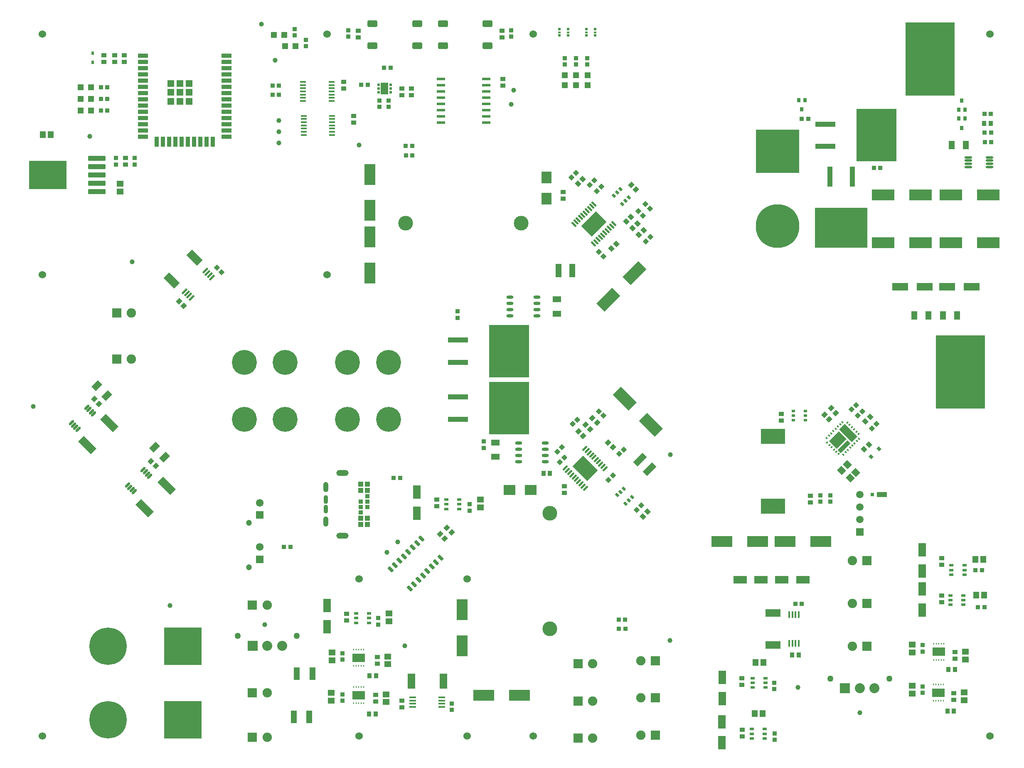
<source format=gbr>
G04*
G04 #@! TF.GenerationSoftware,Altium Limited,Altium Designer,22.4.2 (48)*
G04*
G04 Layer_Color=255*
%FSLAX25Y25*%
%MOIN*%
G70*
G04*
G04 #@! TF.SameCoordinates,43EAD1C5-17A3-47DC-85D2-FB09855483F6*
G04*
G04*
G04 #@! TF.FilePolarity,Positive*
G04*
G01*
G75*
%ADD27R,0.04528X0.09843*%
%ADD28R,0.39370X0.59055*%
%ADD29R,0.02362X0.01968*%
%ADD30R,0.06102X0.09646*%
%ADD31R,0.08661X0.16535*%
G04:AMPARAMS|DCode=32|XSize=21.65mil|YSize=66.93mil|CornerRadius=1.95mil|HoleSize=0mil|Usage=FLASHONLY|Rotation=90.000|XOffset=0mil|YOffset=0mil|HoleType=Round|Shape=RoundedRectangle|*
%AMROUNDEDRECTD32*
21,1,0.02165,0.06303,0,0,90.0*
21,1,0.01776,0.06693,0,0,90.0*
1,1,0.00390,0.03152,0.00888*
1,1,0.00390,0.03152,-0.00888*
1,1,0.00390,-0.03152,-0.00888*
1,1,0.00390,-0.03152,0.00888*
%
%ADD32ROUNDEDRECTD32*%
%ADD33R,0.03543X0.03937*%
%ADD34R,0.09843X0.06693*%
%ADD35R,0.00984X0.01575*%
%ADD36R,0.03740X0.03347*%
%ADD37R,0.03937X0.03543*%
G04:AMPARAMS|DCode=38|XSize=39.37mil|YSize=35.43mil|CornerRadius=0mil|HoleSize=0mil|Usage=FLASHONLY|Rotation=45.000|XOffset=0mil|YOffset=0mil|HoleType=Round|Shape=Rectangle|*
%AMROTATEDRECTD38*
4,1,4,-0.00139,-0.02645,-0.02645,-0.00139,0.00139,0.02645,0.02645,0.00139,-0.00139,-0.02645,0.0*
%
%ADD38ROTATEDRECTD38*%

G04:AMPARAMS|DCode=39|XSize=37.4mil|YSize=33.47mil|CornerRadius=0mil|HoleSize=0mil|Usage=FLASHONLY|Rotation=225.000|XOffset=0mil|YOffset=0mil|HoleType=Round|Shape=Rectangle|*
%AMROTATEDRECTD39*
4,1,4,0.00139,0.02506,0.02506,0.00139,-0.00139,-0.02506,-0.02506,-0.00139,0.00139,0.02506,0.0*
%
%ADD39ROTATEDRECTD39*%

G04:AMPARAMS|DCode=40|XSize=39.37mil|YSize=35.43mil|CornerRadius=0mil|HoleSize=0mil|Usage=FLASHONLY|Rotation=135.000|XOffset=0mil|YOffset=0mil|HoleType=Round|Shape=Rectangle|*
%AMROTATEDRECTD40*
4,1,4,0.02645,-0.00139,0.00139,-0.02645,-0.02645,0.00139,-0.00139,0.02645,0.02645,-0.00139,0.0*
%
%ADD40ROTATEDRECTD40*%

G04:AMPARAMS|DCode=41|XSize=37.4mil|YSize=33.47mil|CornerRadius=0mil|HoleSize=0mil|Usage=FLASHONLY|Rotation=135.000|XOffset=0mil|YOffset=0mil|HoleType=Round|Shape=Rectangle|*
%AMROTATEDRECTD41*
4,1,4,0.02506,-0.00139,0.00139,-0.02506,-0.02506,0.00139,-0.00139,0.02506,0.02506,-0.00139,0.0*
%
%ADD41ROTATEDRECTD41*%

%ADD42R,0.08465X0.09646*%
G04:AMPARAMS|DCode=43|XSize=118.11mil|YSize=165.35mil|CornerRadius=1.77mil|HoleSize=0mil|Usage=FLASHONLY|Rotation=135.000|XOffset=0mil|YOffset=0mil|HoleType=Round|Shape=RoundedRectangle|*
%AMROUNDEDRECTD43*
21,1,0.11811,0.16181,0,0,135.0*
21,1,0.11457,0.16535,0,0,135.0*
1,1,0.00354,0.01670,0.09771*
1,1,0.00354,0.09771,0.01670*
1,1,0.00354,-0.01670,-0.09771*
1,1,0.00354,-0.09771,-0.01670*
%
%ADD43ROUNDEDRECTD43*%
G04:AMPARAMS|DCode=44|XSize=15.75mil|YSize=47.24mil|CornerRadius=1.97mil|HoleSize=0mil|Usage=FLASHONLY|Rotation=225.000|XOffset=0mil|YOffset=0mil|HoleType=Round|Shape=RoundedRectangle|*
%AMROUNDEDRECTD44*
21,1,0.01575,0.04331,0,0,225.0*
21,1,0.01181,0.04724,0,0,225.0*
1,1,0.00394,-0.01949,0.01114*
1,1,0.00394,-0.01114,0.01949*
1,1,0.00394,0.01949,-0.01114*
1,1,0.00394,0.01114,-0.01949*
%
%ADD44ROUNDEDRECTD44*%
G04:AMPARAMS|DCode=45|XSize=90.55mil|YSize=179.13mil|CornerRadius=0mil|HoleSize=0mil|Usage=FLASHONLY|Rotation=135.000|XOffset=0mil|YOffset=0mil|HoleType=Round|Shape=Rectangle|*
%AMROTATEDRECTD45*
4,1,4,0.09535,0.03132,-0.03132,-0.09535,-0.09535,-0.03132,0.03132,0.09535,0.09535,0.03132,0.0*
%
%ADD45ROTATEDRECTD45*%

%ADD46R,0.03347X0.03740*%
G04:AMPARAMS|DCode=47|XSize=90.55mil|YSize=179.13mil|CornerRadius=0mil|HoleSize=0mil|Usage=FLASHONLY|Rotation=225.000|XOffset=0mil|YOffset=0mil|HoleType=Round|Shape=Rectangle|*
%AMROTATEDRECTD47*
4,1,4,-0.03132,0.09535,0.09535,-0.03132,0.03132,-0.09535,-0.09535,0.03132,-0.03132,0.09535,0.0*
%
%ADD47ROTATEDRECTD47*%

%ADD48R,0.09646X0.08465*%
G04:AMPARAMS|DCode=49|XSize=106.3mil|YSize=51.18mil|CornerRadius=0mil|HoleSize=0mil|Usage=FLASHONLY|Rotation=225.000|XOffset=0mil|YOffset=0mil|HoleType=Round|Shape=Rectangle|*
%AMROTATEDRECTD49*
4,1,4,0.01949,0.05568,0.05568,0.01949,-0.01949,-0.05568,-0.05568,-0.01949,0.01949,0.05568,0.0*
%
%ADD49ROTATEDRECTD49*%

G04:AMPARAMS|DCode=50|XSize=32.68mil|YSize=24.61mil|CornerRadius=0mil|HoleSize=0mil|Usage=FLASHONLY|Rotation=315.000|XOffset=0mil|YOffset=0mil|HoleType=Round|Shape=Rectangle|*
%AMROTATEDRECTD50*
4,1,4,-0.02025,0.00285,-0.00285,0.02025,0.02025,-0.00285,0.00285,-0.02025,-0.02025,0.00285,0.0*
%
%ADD50ROTATEDRECTD50*%

%ADD51R,0.07874X0.04331*%
%ADD52R,0.03150X0.03150*%
%ADD53R,0.02362X0.01968*%
%ADD54R,0.02362X0.01575*%
%ADD55R,0.04724X0.04724*%
G04:AMPARAMS|DCode=56|XSize=55.12mil|YSize=51.18mil|CornerRadius=0mil|HoleSize=0mil|Usage=FLASHONLY|Rotation=135.000|XOffset=0mil|YOffset=0mil|HoleType=Round|Shape=Rectangle|*
%AMROTATEDRECTD56*
4,1,4,0.03758,-0.00139,0.00139,-0.03758,-0.03758,0.00139,-0.00139,0.03758,0.03758,-0.00139,0.0*
%
%ADD56ROTATEDRECTD56*%

%ADD57R,0.04724X0.04724*%
G04:AMPARAMS|DCode=58|XSize=55.12mil|YSize=82.68mil|CornerRadius=13.78mil|HoleSize=0mil|Usage=FLASHONLY|Rotation=90.000|XOffset=0mil|YOffset=0mil|HoleType=Round|Shape=RoundedRectangle|*
%AMROUNDEDRECTD58*
21,1,0.05512,0.05512,0,0,90.0*
21,1,0.02756,0.08268,0,0,90.0*
1,1,0.02756,0.02756,0.01378*
1,1,0.02756,0.02756,-0.01378*
1,1,0.02756,-0.02756,-0.01378*
1,1,0.02756,-0.02756,0.01378*
%
%ADD58ROUNDEDRECTD58*%
%ADD59O,0.04961X0.01417*%
%ADD60R,0.05236X0.05236*%
%ADD61R,0.03543X0.07874*%
%ADD62R,0.07874X0.03543*%
%ADD63R,0.01968X0.03150*%
%ADD64R,0.05118X0.05512*%
G04:AMPARAMS|DCode=65|XSize=228.35mil|YSize=303.15mil|CornerRadius=2.28mil|HoleSize=0mil|Usage=FLASHONLY|Rotation=270.000|XOffset=0mil|YOffset=0mil|HoleType=Round|Shape=RoundedRectangle|*
%AMROUNDEDRECTD65*
21,1,0.22835,0.29858,0,0,270.0*
21,1,0.22378,0.30315,0,0,270.0*
1,1,0.00457,-0.14929,-0.11189*
1,1,0.00457,-0.14929,0.11189*
1,1,0.00457,0.14929,0.11189*
1,1,0.00457,0.14929,-0.11189*
%
%ADD65ROUNDEDRECTD65*%
G04:AMPARAMS|DCode=66|XSize=39.37mil|YSize=137.8mil|CornerRadius=1.97mil|HoleSize=0mil|Usage=FLASHONLY|Rotation=270.000|XOffset=0mil|YOffset=0mil|HoleType=Round|Shape=RoundedRectangle|*
%AMROUNDEDRECTD66*
21,1,0.03937,0.13386,0,0,270.0*
21,1,0.03543,0.13780,0,0,270.0*
1,1,0.00394,-0.06693,-0.01772*
1,1,0.00394,-0.06693,0.01772*
1,1,0.00394,0.06693,0.01772*
1,1,0.00394,0.06693,-0.01772*
%
%ADD66ROUNDEDRECTD66*%
%ADD67R,0.05512X0.05118*%
%ADD68O,0.06299X0.01772*%
%ADD69R,0.32284X0.42323*%
%ADD70R,0.16339X0.04331*%
G04:AMPARAMS|DCode=71|XSize=51.58mil|YSize=24.41mil|CornerRadius=3.05mil|HoleSize=0mil|Usage=FLASHONLY|Rotation=315.000|XOffset=0mil|YOffset=0mil|HoleType=Round|Shape=RoundedRectangle|*
%AMROUNDEDRECTD71*
21,1,0.05158,0.01831,0,0,315.0*
21,1,0.04547,0.02441,0,0,315.0*
1,1,0.00610,0.00960,-0.02255*
1,1,0.00610,-0.02255,0.00960*
1,1,0.00610,-0.00960,0.02255*
1,1,0.00610,0.02255,-0.00960*
%
%ADD71ROUNDEDRECTD71*%
G04:AMPARAMS|DCode=72|XSize=15.75mil|YSize=11.81mil|CornerRadius=0mil|HoleSize=0mil|Usage=FLASHONLY|Rotation=225.000|XOffset=0mil|YOffset=0mil|HoleType=Round|Shape=Rectangle|*
%AMROTATEDRECTD72*
4,1,4,0.00139,0.00974,0.00974,0.00139,-0.00139,-0.00974,-0.00974,-0.00139,0.00139,0.00974,0.0*
%
%ADD72ROTATEDRECTD72*%

G04:AMPARAMS|DCode=73|XSize=15.75mil|YSize=11.81mil|CornerRadius=0mil|HoleSize=0mil|Usage=FLASHONLY|Rotation=135.000|XOffset=0mil|YOffset=0mil|HoleType=Round|Shape=Rectangle|*
%AMROTATEDRECTD73*
4,1,4,0.00974,-0.00139,0.00139,-0.00974,-0.00974,0.00139,-0.00139,0.00974,0.00974,-0.00139,0.0*
%
%ADD73ROTATEDRECTD73*%

G04:AMPARAMS|DCode=74|XSize=118.11mil|YSize=165.35mil|CornerRadius=1.77mil|HoleSize=0mil|Usage=FLASHONLY|Rotation=225.000|XOffset=0mil|YOffset=0mil|HoleType=Round|Shape=RoundedRectangle|*
%AMROUNDEDRECTD74*
21,1,0.11811,0.16181,0,0,225.0*
21,1,0.11457,0.16535,0,0,225.0*
1,1,0.00354,-0.09771,0.01670*
1,1,0.00354,-0.01670,0.09771*
1,1,0.00354,0.09771,-0.01670*
1,1,0.00354,0.01670,-0.09771*
%
%ADD74ROUNDEDRECTD74*%
G04:AMPARAMS|DCode=75|XSize=15.75mil|YSize=47.24mil|CornerRadius=1.97mil|HoleSize=0mil|Usage=FLASHONLY|Rotation=315.000|XOffset=0mil|YOffset=0mil|HoleType=Round|Shape=RoundedRectangle|*
%AMROUNDEDRECTD75*
21,1,0.01575,0.04331,0,0,315.0*
21,1,0.01181,0.04724,0,0,315.0*
1,1,0.00394,-0.01114,-0.01949*
1,1,0.00394,-0.01949,-0.01114*
1,1,0.00394,0.01114,0.01949*
1,1,0.00394,0.01949,0.01114*
%
%ADD75ROUNDEDRECTD75*%
%ADD76R,0.16535X0.08661*%
%ADD77R,0.05512X0.01772*%
%ADD78R,0.06299X0.12205*%
%ADD79R,0.05118X0.10630*%
G04:AMPARAMS|DCode=80|XSize=17.72mil|YSize=55.12mil|CornerRadius=0mil|HoleSize=0mil|Usage=FLASHONLY|Rotation=135.000|XOffset=0mil|YOffset=0mil|HoleType=Round|Shape=Rectangle|*
%AMROTATEDRECTD80*
4,1,4,0.02575,0.01322,-0.01322,-0.02575,-0.02575,-0.01322,0.01322,0.02575,0.02575,0.01322,0.0*
%
%ADD80ROTATEDRECTD80*%

G04:AMPARAMS|DCode=81|XSize=122.05mil|YSize=62.99mil|CornerRadius=0mil|HoleSize=0mil|Usage=FLASHONLY|Rotation=315.000|XOffset=0mil|YOffset=0mil|HoleType=Round|Shape=Rectangle|*
%AMROTATEDRECTD81*
4,1,4,-0.06542,0.02088,-0.02088,0.06542,0.06542,-0.02088,0.02088,-0.06542,-0.06542,0.02088,0.0*
%
%ADD81ROTATEDRECTD81*%

%ADD82R,0.12205X0.06299*%
%ADD83R,0.01772X0.05512*%
%ADD84R,0.11024X0.06299*%
%ADD85R,0.19685X0.12205*%
%ADD86R,0.07087X0.05118*%
%ADD87O,0.05709X0.02362*%
G04:AMPARAMS|DCode=88|XSize=143.7mil|YSize=62.99mil|CornerRadius=0mil|HoleSize=0mil|Usage=FLASHONLY|Rotation=315.000|XOffset=0mil|YOffset=0mil|HoleType=Round|Shape=Rectangle|*
%AMROTATEDRECTD88*
4,1,4,-0.07308,0.02854,-0.02854,0.07308,0.07308,-0.02854,0.02854,-0.07308,-0.07308,0.02854,0.0*
%
%ADD88ROTATEDRECTD88*%

G04:AMPARAMS|DCode=89|XSize=70.87mil|YSize=51.18mil|CornerRadius=0mil|HoleSize=0mil|Usage=FLASHONLY|Rotation=45.000|XOffset=0mil|YOffset=0mil|HoleType=Round|Shape=Rectangle|*
%AMROTATEDRECTD89*
4,1,4,-0.00696,-0.04315,-0.04315,-0.00696,0.00696,0.04315,0.04315,0.00696,-0.00696,-0.04315,0.0*
%
%ADD89ROTATEDRECTD89*%

G04:AMPARAMS|DCode=90|XSize=19.68mil|YSize=53.15mil|CornerRadius=0mil|HoleSize=0mil|Usage=FLASHONLY|Rotation=315.000|XOffset=0mil|YOffset=0mil|HoleType=Round|Shape=Round|*
%AMOVALD90*
21,1,0.03347,0.01968,0.00000,0.00000,45.0*
1,1,0.01968,-0.01183,-0.01183*
1,1,0.01968,0.01183,0.01183*
%
%ADD90OVALD90*%

%ADD91R,0.06299X0.11024*%
%ADD92R,0.03740X0.02362*%
%ADD93R,0.05118X0.07087*%
%ADD94R,0.02756X0.03543*%
%ADD95R,0.04331X0.16339*%
%ADD96R,0.42323X0.32284*%
%ADD97R,0.12598X0.06299*%
%ADD98R,0.17913X0.09055*%
G04:AMPARAMS|DCode=101|XSize=31.5mil|YSize=21.65mil|CornerRadius=0mil|HoleSize=0mil|Usage=FLASHONLY|Rotation=135.000|XOffset=0mil|YOffset=0mil|HoleType=Round|Shape=Rectangle|*
%AMROTATEDRECTD101*
4,1,4,0.01879,-0.00348,0.00348,-0.01879,-0.01879,0.00348,-0.00348,0.01879,0.01879,-0.00348,0.0*
%
%ADD101ROTATEDRECTD101*%

%ADD102R,0.03150X0.02165*%
%ADD191C,0.04724*%
%ADD192C,0.06102*%
%ADD193R,0.06102X0.06102*%
G04:AMPARAMS|DCode=197|XSize=111.42mil|YSize=35.43mil|CornerRadius=0mil|HoleSize=0mil|Usage=FLASHONLY|Rotation=45.000|XOffset=0mil|YOffset=0mil|HoleType=Round|Shape=Rectangle|*
%AMROTATEDRECTD197*
4,1,4,-0.02686,-0.05192,-0.05192,-0.02686,0.02686,0.05192,0.05192,0.02686,-0.02686,-0.05192,0.0*
%
%ADD197ROTATEDRECTD197*%

G04:AMPARAMS|DCode=198|XSize=111.42mil|YSize=86.61mil|CornerRadius=0mil|HoleSize=0mil|Usage=FLASHONLY|Rotation=45.000|XOffset=0mil|YOffset=0mil|HoleType=Round|Shape=Rectangle|*
%AMROTATEDRECTD198*
4,1,4,-0.00877,-0.07001,-0.07001,-0.00877,0.00877,0.07001,0.07001,0.00877,-0.00877,-0.07001,0.0*
%
%ADD198ROTATEDRECTD198*%

G04:AMPARAMS|DCode=199|XSize=145.67mil|YSize=62.99mil|CornerRadius=0mil|HoleSize=0mil|Usage=FLASHONLY|Rotation=315.000|XOffset=0mil|YOffset=0mil|HoleType=Round|Shape=Rectangle|*
%AMROTATEDRECTD199*
4,1,4,-0.07377,0.02923,-0.02923,0.07377,0.07377,-0.02923,0.02923,-0.07377,-0.07377,0.02923,0.0*
%
%ADD199ROTATEDRECTD199*%

%ADD202C,0.03937*%
%ADD203C,0.11811*%
%ADD204C,0.01673*%
%ADD205R,0.30000X0.30000*%
%ADD206C,0.30000*%
%ADD207C,0.07500*%
%ADD208R,0.07500X0.07500*%
%ADD209C,0.35000*%
%ADD210R,0.35000X0.35000*%
%ADD211C,0.20000*%
%ADD212C,0.06000*%
%ADD213O,0.04134X0.08268*%
%ADD214R,0.03937X0.03937*%
%ADD215R,0.03347X0.03347*%
%ADD216O,0.03543X0.07087*%
%ADD217O,0.09843X0.04921*%
%ADD218C,0.05000*%
%ADD219C,0.08000*%
%ADD220R,0.08000X0.08000*%
%ADD221R,0.05906X0.05906*%
%ADD222C,0.05906*%
D27*
X232185Y63779D02*
D03*
X219783D02*
D03*
X229823Y29134D02*
D03*
X217421D02*
D03*
D28*
X751968Y305906D02*
D03*
X727559Y556693D02*
D03*
D29*
X285197Y536221D02*
D03*
Y533071D02*
D03*
Y529921D02*
D03*
X294882D02*
D03*
Y533071D02*
D03*
Y536221D02*
D03*
D30*
X290039Y533071D02*
D03*
D31*
X278346Y385236D02*
D03*
Y413976D02*
D03*
X352362Y86221D02*
D03*
Y114961D02*
D03*
X278346Y435433D02*
D03*
Y464173D02*
D03*
D32*
X371850Y505728D02*
D03*
Y510728D02*
D03*
Y515728D02*
D03*
Y520728D02*
D03*
Y525728D02*
D03*
Y530728D02*
D03*
Y535728D02*
D03*
Y540728D02*
D03*
X335236Y505728D02*
D03*
Y510728D02*
D03*
Y515728D02*
D03*
Y520728D02*
D03*
Y525728D02*
D03*
Y530728D02*
D03*
Y535728D02*
D03*
Y540728D02*
D03*
D33*
X747638Y66929D02*
D03*
X742323D02*
D03*
X422835Y224410D02*
D03*
X417520D02*
D03*
X622441Y78740D02*
D03*
X617126D02*
D03*
X277658Y31496D02*
D03*
X282972D02*
D03*
X278051Y62205D02*
D03*
X283366D02*
D03*
X741535Y33858D02*
D03*
X746850D02*
D03*
X771063Y505118D02*
D03*
X776378D02*
D03*
D34*
X734252Y48425D02*
D03*
X269291Y46457D02*
D03*
X269291Y76575D02*
D03*
X734646Y81299D02*
D03*
D35*
X730315Y54921D02*
D03*
X732283D02*
D03*
X734252Y54921D02*
D03*
X736221Y54921D02*
D03*
X738189D02*
D03*
Y41929D02*
D03*
X736221D02*
D03*
X734252D02*
D03*
X732283D02*
D03*
X730315D02*
D03*
X265354Y39961D02*
D03*
X267323D02*
D03*
X269291D02*
D03*
X271260D02*
D03*
X273228D02*
D03*
Y52953D02*
D03*
X271260D02*
D03*
X269291Y52953D02*
D03*
X267323Y52953D02*
D03*
X265354D02*
D03*
X265354Y70079D02*
D03*
X267323D02*
D03*
X269291Y70079D02*
D03*
X271260Y70079D02*
D03*
X273228D02*
D03*
Y83071D02*
D03*
X271260D02*
D03*
X269291D02*
D03*
X267323D02*
D03*
X265354D02*
D03*
X730709Y74803D02*
D03*
X732677D02*
D03*
X734646D02*
D03*
X736614Y74803D02*
D03*
X738583D02*
D03*
Y87795D02*
D03*
X736614D02*
D03*
X734646Y87795D02*
D03*
X732677D02*
D03*
X730709D02*
D03*
D36*
X256299Y42126D02*
D03*
Y47244D02*
D03*
X647638Y206737D02*
D03*
X647638Y201619D02*
D03*
X639590Y206737D02*
D03*
Y201619D02*
D03*
X443601Y557480D02*
D03*
Y552362D02*
D03*
X434546Y557480D02*
D03*
Y552362D02*
D03*
X452756Y557480D02*
D03*
Y552362D02*
D03*
X227165Y572047D02*
D03*
Y566929D02*
D03*
X218110Y580905D02*
D03*
Y575787D02*
D03*
X391732Y579744D02*
D03*
Y574626D02*
D03*
X261024Y579744D02*
D03*
Y574626D02*
D03*
X89764Y472244D02*
D03*
Y477362D02*
D03*
X344094Y39764D02*
D03*
Y34646D02*
D03*
X74803Y472244D02*
D03*
Y477362D02*
D03*
X256299Y80118D02*
D03*
Y75000D02*
D03*
X369685Y250000D02*
D03*
Y244882D02*
D03*
X348819Y354331D02*
D03*
Y349213D02*
D03*
X721654Y53543D02*
D03*
Y48425D02*
D03*
X721654Y86614D02*
D03*
Y81496D02*
D03*
X285039Y108268D02*
D03*
Y103150D02*
D03*
X358268Y199606D02*
D03*
Y194488D02*
D03*
X602756Y56496D02*
D03*
Y51378D02*
D03*
X603150Y15748D02*
D03*
Y10630D02*
D03*
X293465Y518307D02*
D03*
Y523425D02*
D03*
X285984Y518307D02*
D03*
Y523425D02*
D03*
D37*
X608268Y272047D02*
D03*
Y266732D02*
D03*
X433465Y450000D02*
D03*
Y444685D02*
D03*
X434252Y213976D02*
D03*
Y208661D02*
D03*
X631542Y206324D02*
D03*
Y201009D02*
D03*
X384252Y574016D02*
D03*
Y579331D02*
D03*
X268898Y574016D02*
D03*
Y579331D02*
D03*
X385039Y540748D02*
D03*
Y535433D02*
D03*
X257480Y538484D02*
D03*
Y533169D02*
D03*
X265354Y511221D02*
D03*
Y505905D02*
D03*
X64961Y554331D02*
D03*
Y559646D02*
D03*
X81496Y554331D02*
D03*
Y559646D02*
D03*
X73622Y554331D02*
D03*
Y559646D02*
D03*
X303937Y36713D02*
D03*
Y42028D02*
D03*
X82284Y472146D02*
D03*
Y477461D02*
D03*
X283071Y46654D02*
D03*
Y41339D02*
D03*
X284252Y76968D02*
D03*
Y71653D02*
D03*
X746850Y48228D02*
D03*
Y42913D02*
D03*
X747638Y81102D02*
D03*
Y75787D02*
D03*
X737008Y151181D02*
D03*
Y156496D02*
D03*
Y126279D02*
D03*
Y120965D02*
D03*
X259842Y111811D02*
D03*
Y106496D02*
D03*
X331890Y203346D02*
D03*
Y198031D02*
D03*
X576772Y60138D02*
D03*
Y54823D02*
D03*
X577165Y18898D02*
D03*
Y13583D02*
D03*
X304095Y533071D02*
D03*
Y527756D02*
D03*
X311575Y533071D02*
D03*
Y527756D02*
D03*
D38*
X487974Y455727D02*
D03*
X491732Y451968D02*
D03*
X455113Y259825D02*
D03*
X451354Y263583D02*
D03*
X460540Y265050D02*
D03*
X456782Y268808D02*
D03*
X449475Y254327D02*
D03*
X445717Y258085D02*
D03*
X473228Y245276D02*
D03*
X469470Y249034D02*
D03*
X643003Y271564D02*
D03*
X646761Y267806D02*
D03*
X648210Y276593D02*
D03*
X651968Y272835D02*
D03*
X343916Y176950D02*
D03*
X340158Y180709D02*
D03*
X338493Y172137D02*
D03*
X334735Y175895D02*
D03*
X129080Y358786D02*
D03*
X125322Y362544D02*
D03*
X57369Y283979D02*
D03*
X61127Y280221D02*
D03*
X106558Y230471D02*
D03*
X102800Y234229D02*
D03*
D39*
X502991Y436773D02*
D03*
X499372Y440392D02*
D03*
X493625Y434721D02*
D03*
X497244Y431102D02*
D03*
X462129Y402044D02*
D03*
X465748Y398425D02*
D03*
X465589Y270631D02*
D03*
X461970Y274251D02*
D03*
X155805Y389409D02*
D03*
X159424Y385790D02*
D03*
D40*
X497333Y189853D02*
D03*
X501092Y193611D02*
D03*
X445289Y456706D02*
D03*
X449048Y460465D02*
D03*
X494118Y415740D02*
D03*
X497876Y419498D02*
D03*
X483881Y426370D02*
D03*
X487640Y430128D02*
D03*
X489171Y421080D02*
D03*
X492929Y424839D02*
D03*
X675769Y265927D02*
D03*
X679528Y269685D02*
D03*
X678561Y247459D02*
D03*
X674803Y243701D02*
D03*
X472137Y404814D02*
D03*
X475895Y408572D02*
D03*
D41*
X492277Y195096D02*
D03*
X495896Y198715D02*
D03*
X440082Y461735D02*
D03*
X443701Y465354D02*
D03*
X454724Y455905D02*
D03*
X458344Y459525D02*
D03*
X460236Y450787D02*
D03*
X463855Y454406D02*
D03*
X499769Y410367D02*
D03*
X503388Y413986D02*
D03*
X482125Y243542D02*
D03*
X478505Y239923D02*
D03*
X441104Y263938D02*
D03*
X444723Y267558D02*
D03*
X469844Y219057D02*
D03*
X473463Y222676D02*
D03*
X430709Y233465D02*
D03*
X434328Y237084D02*
D03*
X428740Y241732D02*
D03*
X432359Y245351D02*
D03*
X681046Y260574D02*
D03*
X684665Y264193D02*
D03*
X669844Y270631D02*
D03*
X673463Y274251D02*
D03*
X664567Y275590D02*
D03*
X668186Y279210D02*
D03*
D42*
X420079Y444685D02*
D03*
Y461614D02*
D03*
D43*
X457968Y424383D02*
D03*
D44*
X457759Y408307D02*
D03*
X459569Y410116D02*
D03*
X461378Y411926D02*
D03*
X463188Y413735D02*
D03*
X464997Y415545D02*
D03*
X466807Y417354D02*
D03*
X468617Y419164D02*
D03*
X470426Y420973D02*
D03*
X472236Y422783D02*
D03*
X474045Y424592D02*
D03*
X441891Y424175D02*
D03*
X443701Y425984D02*
D03*
X445510Y427794D02*
D03*
X447320Y429603D02*
D03*
X449129Y431413D02*
D03*
X450939Y433222D02*
D03*
X452748Y435032D02*
D03*
X454558Y436841D02*
D03*
X456367Y438651D02*
D03*
X458177Y440460D02*
D03*
D45*
X490676Y384964D02*
D03*
X469519Y363806D02*
D03*
D46*
X312205Y487008D02*
D03*
X307087D02*
D03*
X307283Y479528D02*
D03*
X312402D02*
D03*
X477953Y107087D02*
D03*
X483071D02*
D03*
X478150Y99606D02*
D03*
X483268D02*
D03*
X271457Y536221D02*
D03*
X276575D02*
D03*
X289764Y549606D02*
D03*
X294882D02*
D03*
X200394Y527953D02*
D03*
X205512D02*
D03*
X205315Y535433D02*
D03*
X200197D02*
D03*
X62598Y534252D02*
D03*
X67716D02*
D03*
X62598Y524803D02*
D03*
X67716D02*
D03*
X62598Y515354D02*
D03*
X67716D02*
D03*
X687795Y469291D02*
D03*
X682677D02*
D03*
X619685Y119685D02*
D03*
X624803D02*
D03*
X209449Y165354D02*
D03*
X214567D02*
D03*
X766142Y116929D02*
D03*
X771260D02*
D03*
X764173Y146850D02*
D03*
X769291D02*
D03*
X302559Y220866D02*
D03*
X297441D02*
D03*
X771457Y497638D02*
D03*
X776575D02*
D03*
X771260Y512598D02*
D03*
X776378D02*
D03*
X624803Y508661D02*
D03*
X629921D02*
D03*
X771654Y490158D02*
D03*
X776772D02*
D03*
D47*
X503731Y263417D02*
D03*
X482573Y284575D02*
D03*
D48*
X407283Y211024D02*
D03*
X390354D02*
D03*
D49*
X494921Y235394D02*
D03*
X502716Y227599D02*
D03*
D50*
X680368Y237848D02*
D03*
X686562Y244042D02*
D03*
D51*
X688976Y207480D02*
D03*
D52*
X681496D02*
D03*
D53*
X451968Y580709D02*
D03*
Y575591D02*
D03*
X459055D02*
D03*
Y580709D02*
D03*
X430315D02*
D03*
Y575591D02*
D03*
X437402D02*
D03*
Y580709D02*
D03*
D54*
X451968Y578150D02*
D03*
X459055D02*
D03*
X430315D02*
D03*
X437402D02*
D03*
D55*
X434646Y543898D02*
D03*
Y535630D02*
D03*
X443701Y543898D02*
D03*
Y535630D02*
D03*
X452856Y543898D02*
D03*
Y535630D02*
D03*
D56*
X667975Y225062D02*
D03*
X663521Y220607D02*
D03*
X656828Y226907D02*
D03*
X661282Y231361D02*
D03*
D57*
X210433Y566929D02*
D03*
X218701D02*
D03*
X209646Y575984D02*
D03*
X201378D02*
D03*
X46260Y524803D02*
D03*
X54528D02*
D03*
Y534252D02*
D03*
X46260D02*
D03*
Y515354D02*
D03*
X54528D02*
D03*
D58*
X316339Y585039D02*
D03*
Y567323D02*
D03*
X280512D02*
D03*
Y585039D02*
D03*
X372835D02*
D03*
Y567323D02*
D03*
X337008D02*
D03*
Y585039D02*
D03*
D59*
X224803Y538386D02*
D03*
Y535827D02*
D03*
Y533268D02*
D03*
Y530709D02*
D03*
Y528149D02*
D03*
Y525590D02*
D03*
Y523031D02*
D03*
X247638Y538386D02*
D03*
Y535827D02*
D03*
Y533268D02*
D03*
Y530709D02*
D03*
Y528149D02*
D03*
Y525590D02*
D03*
Y523031D02*
D03*
X225197Y511221D02*
D03*
Y508661D02*
D03*
Y506102D02*
D03*
Y503543D02*
D03*
Y500984D02*
D03*
Y498425D02*
D03*
Y495866D02*
D03*
X248031Y511221D02*
D03*
Y508661D02*
D03*
Y506102D02*
D03*
Y503543D02*
D03*
Y500984D02*
D03*
Y498425D02*
D03*
Y495866D02*
D03*
D60*
X133209Y522697D02*
D03*
X125984D02*
D03*
X118760D02*
D03*
X133209Y529921D02*
D03*
X125984D02*
D03*
X118760D02*
D03*
X133209Y537146D02*
D03*
X125984D02*
D03*
X118760D02*
D03*
D61*
X152421Y490512D02*
D03*
X147421D02*
D03*
X142421D02*
D03*
X137421D02*
D03*
X132421D02*
D03*
X127421D02*
D03*
X122421D02*
D03*
X117421D02*
D03*
X112421D02*
D03*
X107421D02*
D03*
D62*
X163386Y559449D02*
D03*
Y554449D02*
D03*
Y549449D02*
D03*
Y544449D02*
D03*
Y539449D02*
D03*
Y534449D02*
D03*
Y529449D02*
D03*
Y524449D02*
D03*
Y519449D02*
D03*
Y514449D02*
D03*
Y509449D02*
D03*
Y504449D02*
D03*
Y499449D02*
D03*
Y494449D02*
D03*
X96457D02*
D03*
Y499449D02*
D03*
Y504449D02*
D03*
Y509449D02*
D03*
Y514449D02*
D03*
Y519449D02*
D03*
Y524449D02*
D03*
Y529449D02*
D03*
Y534449D02*
D03*
Y539449D02*
D03*
Y544449D02*
D03*
Y549449D02*
D03*
Y554449D02*
D03*
Y559449D02*
D03*
D63*
X55905Y561319D02*
D03*
Y554232D02*
D03*
D64*
X16142Y496063D02*
D03*
X22441D02*
D03*
X764567Y126772D02*
D03*
X770866D02*
D03*
X764173Y155512D02*
D03*
X770472D02*
D03*
X594095Y72835D02*
D03*
X587795D02*
D03*
X593307Y31890D02*
D03*
X587008D02*
D03*
D65*
X20079Y463779D02*
D03*
D66*
X59449Y477165D02*
D03*
Y470472D02*
D03*
Y463779D02*
D03*
Y457087D02*
D03*
Y450394D02*
D03*
D67*
X77953Y456693D02*
D03*
Y450394D02*
D03*
X291339Y47244D02*
D03*
Y40945D02*
D03*
X247244Y48425D02*
D03*
Y42126D02*
D03*
X248031Y80709D02*
D03*
Y74410D02*
D03*
X292520Y77559D02*
D03*
Y71260D02*
D03*
X755118Y48819D02*
D03*
Y42520D02*
D03*
X713386Y54134D02*
D03*
Y47835D02*
D03*
X713386Y87008D02*
D03*
Y80709D02*
D03*
X755905Y81496D02*
D03*
Y75197D02*
D03*
X293701Y112205D02*
D03*
Y105905D02*
D03*
X366929Y203543D02*
D03*
Y197244D02*
D03*
D68*
X758465Y477854D02*
D03*
Y475295D02*
D03*
Y472736D02*
D03*
Y470177D02*
D03*
X775394Y477854D02*
D03*
Y475295D02*
D03*
Y472736D02*
D03*
Y470177D02*
D03*
D69*
X684842Y495591D02*
D03*
X390158Y322441D02*
D03*
Y276772D02*
D03*
D70*
X643701Y486614D02*
D03*
Y504567D02*
D03*
X349016Y313465D02*
D03*
Y331417D02*
D03*
X349016Y267795D02*
D03*
Y285748D02*
D03*
D71*
X319728Y172004D02*
D03*
X316193Y168469D02*
D03*
X312657Y164933D02*
D03*
X309121Y161398D02*
D03*
X305586Y157862D02*
D03*
X302050Y154327D02*
D03*
X298515Y150791D02*
D03*
X294979Y147256D02*
D03*
X310291Y131944D02*
D03*
X313826Y135480D02*
D03*
X317362Y139015D02*
D03*
X320897Y142551D02*
D03*
X324433Y146086D02*
D03*
X327968Y149622D02*
D03*
X331504Y153157D02*
D03*
X335039Y156693D02*
D03*
D72*
X661299Y265123D02*
D03*
X663108Y263314D02*
D03*
X664918Y261504D02*
D03*
X666727Y259695D02*
D03*
X668537Y257885D02*
D03*
X670346Y256076D02*
D03*
X654200Y239929D02*
D03*
X652390Y241739D02*
D03*
X650581Y243548D02*
D03*
X648771Y245358D02*
D03*
X646962Y247167D02*
D03*
X645152Y248977D02*
D03*
D73*
X670764Y252178D02*
D03*
X668954Y250369D02*
D03*
X667145Y248559D02*
D03*
X665335Y246749D02*
D03*
X663526Y244940D02*
D03*
X661716Y243130D02*
D03*
X659907Y241321D02*
D03*
X658097Y239511D02*
D03*
X644735Y252874D02*
D03*
X646544Y254684D02*
D03*
X648354Y256493D02*
D03*
X650163Y258303D02*
D03*
X651973Y260112D02*
D03*
X653782Y261922D02*
D03*
X655592Y263731D02*
D03*
X657401Y265541D02*
D03*
D74*
X451036Y228455D02*
D03*
D75*
X467113Y228247D02*
D03*
X465304Y230056D02*
D03*
X463494Y231866D02*
D03*
X461685Y233675D02*
D03*
X459875Y235485D02*
D03*
X458066Y237294D02*
D03*
X456256Y239104D02*
D03*
X454447Y240914D02*
D03*
X452637Y242723D02*
D03*
X450828Y244532D02*
D03*
X451245Y212379D02*
D03*
X449436Y214188D02*
D03*
X447626Y215998D02*
D03*
X445817Y217807D02*
D03*
X444007Y219617D02*
D03*
X442198Y221426D02*
D03*
X440388Y223236D02*
D03*
X438579Y225045D02*
D03*
X436769Y226855D02*
D03*
X434960Y228664D02*
D03*
D76*
X369685Y46457D02*
D03*
X398425Y46457D02*
D03*
X589370Y169685D02*
D03*
X560630Y169685D02*
D03*
X611417Y169685D02*
D03*
X640158Y169685D02*
D03*
D77*
X336024Y37106D02*
D03*
Y39665D02*
D03*
Y42224D02*
D03*
Y44783D02*
D03*
X312795Y37106D02*
D03*
Y39665D02*
D03*
Y42224D02*
D03*
Y44783D02*
D03*
D78*
X337205Y57874D02*
D03*
X311614D02*
D03*
D79*
X440551Y387008D02*
D03*
X429528D02*
D03*
D80*
X151699Y381544D02*
D03*
X149890Y383354D02*
D03*
X148080Y385164D02*
D03*
X146270Y386973D02*
D03*
X135274Y365120D02*
D03*
X133465Y366929D02*
D03*
X131655Y368739D02*
D03*
X129845Y370548D02*
D03*
D81*
X137571Y397343D02*
D03*
X119475Y379248D02*
D03*
D82*
X601575Y112402D02*
D03*
Y86811D02*
D03*
D83*
X622342Y111221D02*
D03*
X619783D02*
D03*
X617224D02*
D03*
X614665D02*
D03*
X622342Y87992D02*
D03*
X619783D02*
D03*
X617224D02*
D03*
X614665D02*
D03*
D84*
X592126Y138976D02*
D03*
X575197D02*
D03*
X608661D02*
D03*
X625591D02*
D03*
D85*
X601575Y198031D02*
D03*
Y253937D02*
D03*
D86*
X379134Y249016D02*
D03*
Y237598D02*
D03*
X428346Y352559D02*
D03*
Y363976D02*
D03*
D87*
X412303Y350768D02*
D03*
Y355768D02*
D03*
Y360768D02*
D03*
Y365768D02*
D03*
X390846Y350768D02*
D03*
X390846Y355768D02*
D03*
Y360768D02*
D03*
X390846Y365768D02*
D03*
X397539Y248839D02*
D03*
Y243839D02*
D03*
Y238839D02*
D03*
Y233839D02*
D03*
X418996Y248839D02*
D03*
Y243839D02*
D03*
Y238839D02*
D03*
Y233839D02*
D03*
D88*
X51592Y247162D02*
D03*
X69270Y264840D02*
D03*
X97719Y196578D02*
D03*
X115397Y214255D02*
D03*
D89*
X67391Y286763D02*
D03*
X59318Y294836D02*
D03*
X113657Y237292D02*
D03*
X105583Y245365D02*
D03*
D90*
X38856Y265049D02*
D03*
X40666Y263239D02*
D03*
X42475Y261430D02*
D03*
X44285Y259620D02*
D03*
X51245Y277437D02*
D03*
X53054Y275627D02*
D03*
X54864Y273818D02*
D03*
X56673Y272008D02*
D03*
X84008Y215021D02*
D03*
X85818Y213211D02*
D03*
X87627Y211402D02*
D03*
X89437Y209592D02*
D03*
X96397Y227409D02*
D03*
X98206Y225599D02*
D03*
X100016Y223790D02*
D03*
X101825Y221980D02*
D03*
D91*
X721260Y162992D02*
D03*
Y146063D02*
D03*
Y114764D02*
D03*
Y131693D02*
D03*
X244094Y101575D02*
D03*
Y118504D02*
D03*
X316142Y192520D02*
D03*
Y209449D02*
D03*
X561024Y60630D02*
D03*
Y43701D02*
D03*
X560630Y8268D02*
D03*
Y25197D02*
D03*
D92*
X754429Y126575D02*
D03*
Y122835D02*
D03*
Y119095D02*
D03*
X743996D02*
D03*
Y122835D02*
D03*
Y126575D02*
D03*
X755217Y150591D02*
D03*
Y146850D02*
D03*
Y143110D02*
D03*
X744783D02*
D03*
Y146850D02*
D03*
Y150591D02*
D03*
X277658Y112008D02*
D03*
Y108268D02*
D03*
Y104528D02*
D03*
X267224D02*
D03*
Y108268D02*
D03*
Y112008D02*
D03*
X350098Y203346D02*
D03*
Y199606D02*
D03*
Y195866D02*
D03*
X339665D02*
D03*
Y199606D02*
D03*
Y203346D02*
D03*
X595669Y60236D02*
D03*
Y56496D02*
D03*
Y52756D02*
D03*
X585236D02*
D03*
Y56496D02*
D03*
Y60236D02*
D03*
X595079Y19291D02*
D03*
Y15551D02*
D03*
Y11811D02*
D03*
X584646D02*
D03*
Y15551D02*
D03*
Y19291D02*
D03*
D93*
X745079Y487795D02*
D03*
X756496D02*
D03*
X726378Y351181D02*
D03*
X714961D02*
D03*
X737992D02*
D03*
X749409D02*
D03*
D94*
X624803Y516339D02*
D03*
X622244Y523819D02*
D03*
X627362D02*
D03*
X753150Y523425D02*
D03*
X755709Y515945D02*
D03*
X750591D02*
D03*
X753150Y501575D02*
D03*
X750591Y509055D02*
D03*
X755709D02*
D03*
D95*
X665276Y462402D02*
D03*
X647323D02*
D03*
D96*
X656299Y421260D02*
D03*
D97*
X723228Y374016D02*
D03*
X703543D02*
D03*
X741339D02*
D03*
X761024D02*
D03*
D98*
X720079Y409449D02*
D03*
X690158D02*
D03*
X744488D02*
D03*
X774409D02*
D03*
X720079Y447638D02*
D03*
X690158D02*
D03*
X744488D02*
D03*
X774409Y447638D02*
D03*
D101*
X476827Y206928D02*
D03*
X479472Y209572D02*
D03*
X482116Y212217D02*
D03*
X488798Y205536D02*
D03*
X486153Y202891D02*
D03*
X483508Y200246D02*
D03*
X473936Y447153D02*
D03*
X476581Y449797D02*
D03*
X479225Y452442D02*
D03*
X485907Y445761D02*
D03*
X483262Y443116D02*
D03*
X480617Y440471D02*
D03*
D102*
X627559Y274410D02*
D03*
Y270669D02*
D03*
Y266929D02*
D03*
X618110D02*
D03*
Y270669D02*
D03*
Y274410D02*
D03*
D191*
X181496Y149213D02*
D03*
Y184646D02*
D03*
D192*
X190157Y165354D02*
D03*
Y200787D02*
D03*
D193*
Y155512D02*
D03*
Y190945D02*
D03*
D197*
X658821Y245803D02*
D03*
D198*
X653532Y251092D02*
D03*
D199*
X662064Y256841D02*
D03*
D202*
X269685Y487795D02*
D03*
X205512Y489370D02*
D03*
Y507480D02*
D03*
Y498425D02*
D03*
X191339Y584646D02*
D03*
X202362Y555905D02*
D03*
X391732Y520472D02*
D03*
X393701Y531890D02*
D03*
X8268Y277953D02*
D03*
X118110Y118504D02*
D03*
X671260Y32283D02*
D03*
X300787Y169291D02*
D03*
X194095Y103150D02*
D03*
X292126Y161024D02*
D03*
X519291Y239370D02*
D03*
X518898Y90551D02*
D03*
X87795Y394094D02*
D03*
X53543Y494882D02*
D03*
X621654Y52756D02*
D03*
X306299Y86221D02*
D03*
D203*
X307087Y425197D02*
D03*
X399606D02*
D03*
X422835Y192323D02*
D03*
Y99803D02*
D03*
D204*
X656594Y243576D02*
D03*
X658821Y245803D02*
D03*
X661048Y248030D02*
D03*
X652418Y247752D02*
D03*
X650191Y249979D02*
D03*
X654645Y249979D02*
D03*
X652418Y252206D02*
D03*
X656872D02*
D03*
X654645Y254433D02*
D03*
X664291Y252387D02*
D03*
X662064Y254614D02*
D03*
X659837Y256841D02*
D03*
X657610Y259068D02*
D03*
X666518Y254614D02*
D03*
X664291Y256841D02*
D03*
X662064Y259068D02*
D03*
X659837Y261295D02*
D03*
D205*
X128425Y26772D02*
D03*
Y85827D02*
D03*
D206*
X68425Y26772D02*
D03*
Y85827D02*
D03*
D207*
X495680Y74154D02*
D03*
Y44360D02*
D03*
X457076Y41860D02*
D03*
X87006Y353150D02*
D03*
X195963Y12598D02*
D03*
Y48504D02*
D03*
X457076Y71653D02*
D03*
X457076Y12067D02*
D03*
X665360Y120201D02*
D03*
Y154567D02*
D03*
Y85835D02*
D03*
X87006Y316142D02*
D03*
X495680Y14567D02*
D03*
X195963Y118898D02*
D03*
D208*
X507480Y74154D02*
D03*
Y44360D02*
D03*
X445276Y41860D02*
D03*
X75206Y353150D02*
D03*
X184163Y12598D02*
D03*
Y48504D02*
D03*
X445276Y71653D02*
D03*
X445276Y12067D02*
D03*
X677160Y120201D02*
D03*
Y154567D02*
D03*
Y85835D02*
D03*
X75206Y316142D02*
D03*
X507480Y14567D02*
D03*
X184163Y118898D02*
D03*
D209*
X605512Y422756D02*
D03*
D210*
Y482756D02*
D03*
D211*
X293233Y267717D02*
D03*
X260433D02*
D03*
X177633D02*
D03*
X210433D02*
D03*
Y313386D02*
D03*
X177633D02*
D03*
X260433D02*
D03*
X293233D02*
D03*
D212*
X269685Y139764D02*
D03*
Y13780D02*
D03*
X356299D02*
D03*
Y139764D02*
D03*
X409449Y576772D02*
D03*
X775591D02*
D03*
X15748D02*
D03*
Y383858D02*
D03*
Y13780D02*
D03*
X775591D02*
D03*
X409449D02*
D03*
X244094Y383858D02*
D03*
Y576772D02*
D03*
D213*
X242992Y213386D02*
D03*
Y185827D02*
D03*
D214*
X270866Y215748D02*
D03*
Y210827D02*
D03*
X276378Y215748D02*
D03*
Y210827D02*
D03*
Y188386D02*
D03*
Y183465D02*
D03*
X270866Y188386D02*
D03*
Y183465D02*
D03*
D215*
X276378Y206102D02*
D03*
Y201772D02*
D03*
Y197441D02*
D03*
X270866Y201772D02*
D03*
Y197441D02*
D03*
Y193110D02*
D03*
D216*
X242992Y203543D02*
D03*
X242992Y195669D02*
D03*
D217*
X256299Y224803D02*
D03*
Y174409D02*
D03*
D218*
X694882Y59842D02*
D03*
X647638D02*
D03*
X219685Y94095D02*
D03*
X172441D02*
D03*
D219*
X683071Y51968D02*
D03*
X671260D02*
D03*
X207874Y86221D02*
D03*
X196063D02*
D03*
D220*
X659449Y51968D02*
D03*
X184252Y86221D02*
D03*
D221*
X671260Y177402D02*
D03*
D222*
Y187402D02*
D03*
Y197402D02*
D03*
Y207402D02*
D03*
M02*

</source>
